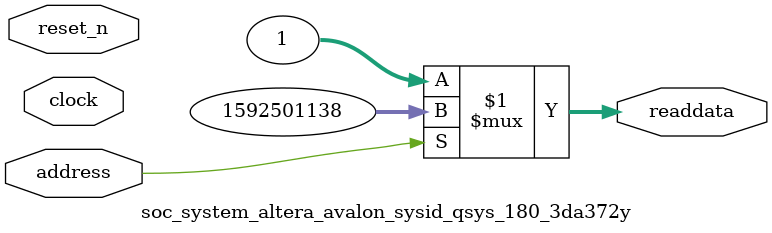
<source format=v>



// synthesis translate_off
`timescale 1ns / 1ps
// synthesis translate_on

// turn off superfluous verilog processor warnings 
// altera message_level Level1 
// altera message_off 10034 10035 10036 10037 10230 10240 10030 

module soc_system_altera_avalon_sysid_qsys_180_3da372y (
               // inputs:
                address,
                clock,
                reset_n,

               // outputs:
                readdata
             )
;

  output  [ 31: 0] readdata;
  input            address;
  input            clock;
  input            reset_n;

  wire    [ 31: 0] readdata;
  //control_slave, which is an e_avalon_slave
  assign readdata = address ? 1592501138 : 1;

endmodule



</source>
